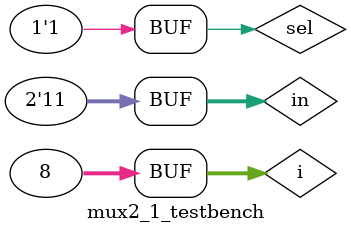
<source format=sv>
`timescale 1ns/10ps

module mux2_1(sel, in, out);
	output logic out;
	input logic sel;
	input logic [1:0] in;
	parameter delay = 0.05; //0.05 ns is 50 ps
	
	//implement basic logic for mux
	// out = (in0 & ~sel) | (in1 & sel)
	logic not_sel;
	not #delay n (not_sel, sel);
	
	logic [1:0] and_result;
	and #delay a0 (and_result[0], not_sel, in[0]);
	and #delay a1 (and_result[1], sel, in[1]);
	
	or #delay o (out, and_result[0], and_result[1]);
	
endmodule

module mux2_1_testbench();
	logic out, sel;
	logic [1:0] in;
	
	mux2_1 dut (.sel, .in, .out);   
	
	integer i;
	initial begin
		for (i = 0; i < 2**3; i++) begin
			{sel, in} = i; #10;
		end
	end
endmodule

</source>
